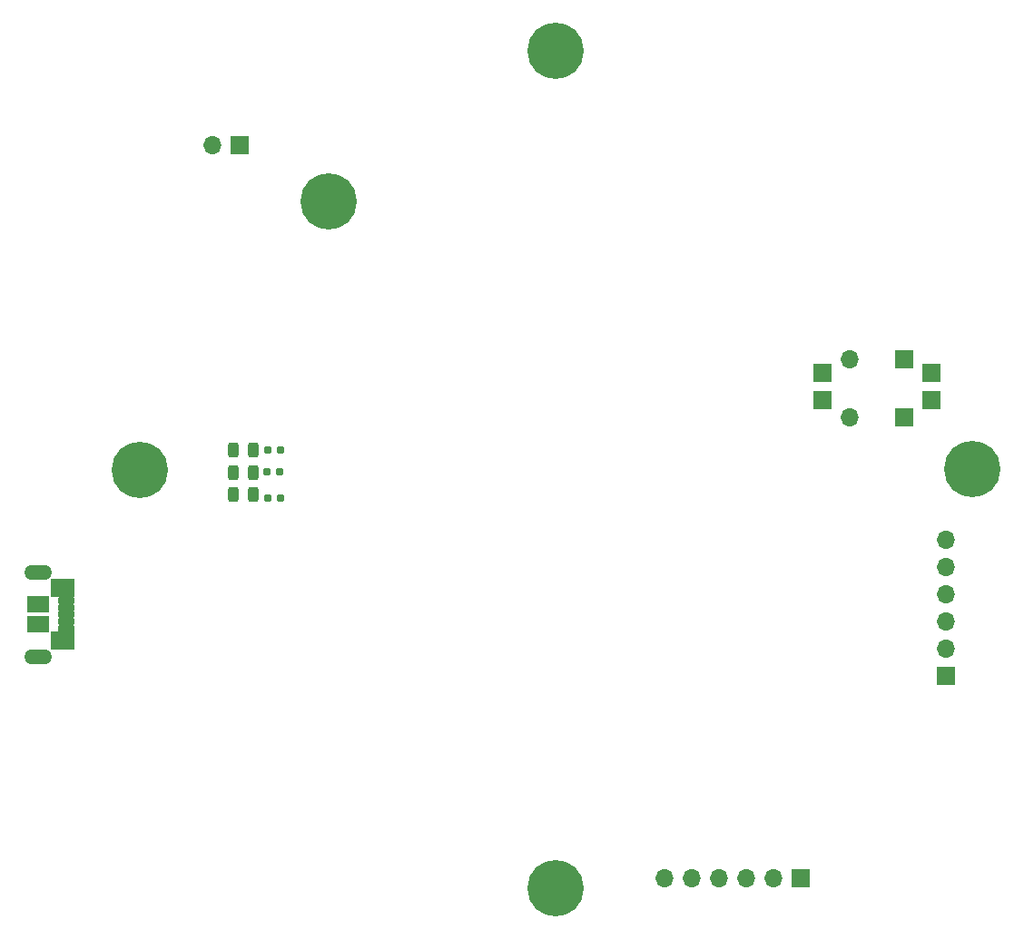
<source format=gbr>
%TF.GenerationSoftware,KiCad,Pcbnew,8.0.6*%
%TF.CreationDate,2024-11-16T19:42:13-05:00*%
%TF.ProjectId,payload_board,7061796c-6f61-4645-9f62-6f6172642e6b,0.7.4*%
%TF.SameCoordinates,Original*%
%TF.FileFunction,Soldermask,Bot*%
%TF.FilePolarity,Negative*%
%FSLAX46Y46*%
G04 Gerber Fmt 4.6, Leading zero omitted, Abs format (unit mm)*
G04 Created by KiCad (PCBNEW 8.0.6) date 2024-11-16 19:42:13*
%MOMM*%
%LPD*%
G01*
G04 APERTURE LIST*
G04 Aperture macros list*
%AMRoundRect*
0 Rectangle with rounded corners*
0 $1 Rounding radius*
0 $2 $3 $4 $5 $6 $7 $8 $9 X,Y pos of 4 corners*
0 Add a 4 corners polygon primitive as box body*
4,1,4,$2,$3,$4,$5,$6,$7,$8,$9,$2,$3,0*
0 Add four circle primitives for the rounded corners*
1,1,$1+$1,$2,$3*
1,1,$1+$1,$4,$5*
1,1,$1+$1,$6,$7*
1,1,$1+$1,$8,$9*
0 Add four rect primitives between the rounded corners*
20,1,$1+$1,$2,$3,$4,$5,0*
20,1,$1+$1,$4,$5,$6,$7,0*
20,1,$1+$1,$6,$7,$8,$9,0*
20,1,$1+$1,$8,$9,$2,$3,0*%
G04 Aperture macros list end*
%ADD10C,5.250000*%
%ADD11R,1.700000X1.700000*%
%ADD12O,1.700000X1.700000*%
%ADD13RoundRect,0.160000X-0.197500X-0.160000X0.197500X-0.160000X0.197500X0.160000X-0.197500X0.160000X0*%
%ADD14RoundRect,0.243750X-0.243750X-0.456250X0.243750X-0.456250X0.243750X0.456250X-0.243750X0.456250X0*%
%ADD15RoundRect,0.076200X-0.690000X-0.225000X0.690000X-0.225000X0.690000X0.225000X-0.690000X0.225000X0*%
%ADD16O,2.568400X1.360400*%
%ADD17RoundRect,0.076200X-1.050000X-0.737500X1.050000X-0.737500X1.050000X0.737500X-1.050000X0.737500X0*%
%ADD18RoundRect,0.076200X-0.950000X-0.687500X0.950000X-0.687500X0.950000X0.687500X-0.950000X0.687500X0*%
G04 APERTURE END LIST*
D10*
%TO.C,*%
X101782992Y-62956243D03*
%TD*%
D11*
%TO.C,J2*%
X99340000Y-82270000D03*
D12*
X99340000Y-79730000D03*
X99340000Y-77190000D03*
X99340000Y-74650000D03*
X99340000Y-72110000D03*
X99340000Y-69570000D03*
%TD*%
D11*
%TO.C,J15*%
X85852000Y-101092000D03*
D12*
X83312000Y-101092000D03*
X80772000Y-101092000D03*
X78232000Y-101092000D03*
X75692000Y-101092000D03*
X73152000Y-101092000D03*
%TD*%
D11*
%TO.C,J12*%
X33500000Y-32750000D03*
D12*
X30960000Y-32750000D03*
%TD*%
D10*
%TO.C,*%
X24195000Y-63000000D03*
%TD*%
%TO.C,J2*%
X62988996Y-102081941D03*
%TD*%
D13*
%TO.C,R10*%
X36127500Y-65610000D03*
X37322500Y-65610000D03*
%TD*%
D14*
%TO.C,D2*%
X32897500Y-65330000D03*
X34772500Y-65330000D03*
%TD*%
%TO.C,D3*%
X32877500Y-63250000D03*
X34752500Y-63250000D03*
%TD*%
D11*
%TO.C,J_Burn*%
X95495000Y-58080000D03*
X98035000Y-56520000D03*
X98035000Y-53980000D03*
X95495000Y-52710000D03*
D12*
X90415000Y-58080000D03*
D11*
X87875000Y-56520000D03*
X87875000Y-53980000D03*
D12*
X90415000Y-52710000D03*
%TD*%
D10*
%TO.C,*%
X41822243Y-37976859D03*
%TD*%
D14*
%TO.C,D4*%
X32867500Y-61150000D03*
X34742500Y-61150000D03*
%TD*%
D13*
%TO.C,R12*%
X36135000Y-61120000D03*
X37330000Y-61120000D03*
%TD*%
D15*
%TO.C,J7*%
X17360000Y-75217500D03*
X17360000Y-75867500D03*
X17360000Y-76517500D03*
X17360000Y-77167500D03*
X17360000Y-77817500D03*
D16*
X14700000Y-80467500D03*
D17*
X17000000Y-78980000D03*
D18*
X14700000Y-77455000D03*
X14700000Y-75580000D03*
D17*
X17000000Y-74055000D03*
D16*
X14700000Y-72567500D03*
%TD*%
D13*
%TO.C,R11*%
X36047500Y-63230000D03*
X37242500Y-63230000D03*
%TD*%
D10*
%TO.C,J5*%
X62988996Y-23896243D03*
%TD*%
M02*

</source>
